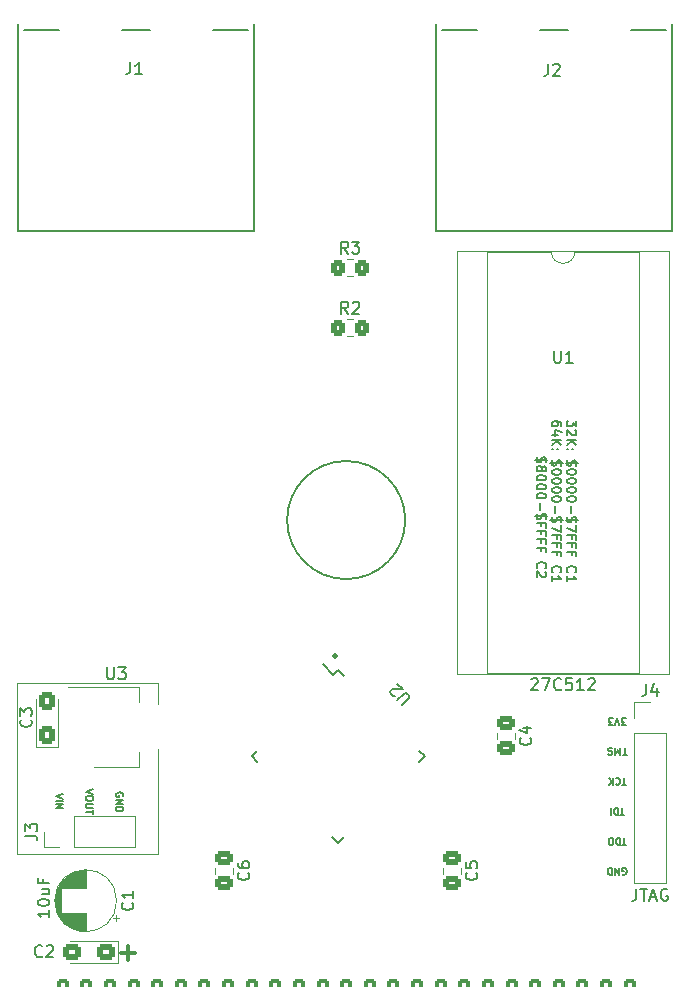
<source format=gto>
G04 #@! TF.GenerationSoftware,KiCad,Pcbnew,6.0.2+dfsg-1*
G04 #@! TF.CreationDate,2025-05-07T10:44:27+02:00*
G04 #@! TF.ProjectId,burstcart-cpld-44,62757273-7463-4617-9274-2d63706c642d,1.1*
G04 #@! TF.SameCoordinates,Original*
G04 #@! TF.FileFunction,Legend,Top*
G04 #@! TF.FilePolarity,Positive*
%FSLAX46Y46*%
G04 Gerber Fmt 4.6, Leading zero omitted, Abs format (unit mm)*
G04 Created by KiCad (PCBNEW 6.0.2+dfsg-1) date 2025-05-07 10:44:27*
%MOMM*%
%LPD*%
G01*
G04 APERTURE LIST*
G04 Aperture macros list*
%AMRoundRect*
0 Rectangle with rounded corners*
0 $1 Rounding radius*
0 $2 $3 $4 $5 $6 $7 $8 $9 X,Y pos of 4 corners*
0 Add a 4 corners polygon primitive as box body*
4,1,4,$2,$3,$4,$5,$6,$7,$8,$9,$2,$3,0*
0 Add four circle primitives for the rounded corners*
1,1,$1+$1,$2,$3*
1,1,$1+$1,$4,$5*
1,1,$1+$1,$6,$7*
1,1,$1+$1,$8,$9*
0 Add four rect primitives between the rounded corners*
20,1,$1+$1,$2,$3,$4,$5,0*
20,1,$1+$1,$4,$5,$6,$7,0*
20,1,$1+$1,$6,$7,$8,$9,0*
20,1,$1+$1,$8,$9,$2,$3,0*%
%AMRotRect*
0 Rectangle, with rotation*
0 The origin of the aperture is its center*
0 $1 length*
0 $2 width*
0 $3 Rotation angle, in degrees counterclockwise*
0 Add horizontal line*
21,1,$1,$2,0,0,$3*%
G04 Aperture macros list end*
%ADD10C,0.120000*%
%ADD11C,0.150000*%
%ADD12C,0.300000*%
%ADD13C,0.200000*%
%ADD14C,0.127000*%
%ADD15R,2.000000X1.500000*%
%ADD16R,2.000000X3.800000*%
%ADD17RotRect,1.500000X0.550000X315.000000*%
%ADD18RotRect,1.500000X0.550000X45.000000*%
%ADD19C,2.100000*%
%ADD20C,2.500000*%
%ADD21R,1.600000X1.600000*%
%ADD22O,1.600000X1.600000*%
%ADD23RoundRect,0.250000X-0.475000X0.337500X-0.475000X-0.337500X0.475000X-0.337500X0.475000X0.337500X0*%
%ADD24R,1.700000X1.700000*%
%ADD25O,1.700000X1.700000*%
%ADD26C,5.000000*%
%ADD27RoundRect,0.163300X-0.337500X-4.512500X0.337500X-4.512500X0.337500X4.512500X-0.337500X4.512500X0*%
%ADD28C,1.600000*%
%ADD29RoundRect,0.250000X-0.350000X-0.450000X0.350000X-0.450000X0.350000X0.450000X-0.350000X0.450000X0*%
%ADD30RoundRect,0.250000X0.537500X0.425000X-0.537500X0.425000X-0.537500X-0.425000X0.537500X-0.425000X0*%
%ADD31RoundRect,0.250000X0.425000X-0.537500X0.425000X0.537500X-0.425000X0.537500X-0.425000X-0.537500X0*%
G04 APERTURE END LIST*
D10*
X132334000Y-122555000D02*
X120396000Y-122555000D01*
X120396000Y-122555000D02*
X120396000Y-108077000D01*
X120396000Y-108077000D02*
X132334000Y-108077000D01*
X132334000Y-108077000D02*
X132334000Y-122555000D01*
D11*
X129332000Y-117652857D02*
X129360571Y-117595714D01*
X129360571Y-117510000D01*
X129332000Y-117424285D01*
X129274857Y-117367142D01*
X129217714Y-117338571D01*
X129103428Y-117310000D01*
X129017714Y-117310000D01*
X128903428Y-117338571D01*
X128846285Y-117367142D01*
X128789142Y-117424285D01*
X128760571Y-117510000D01*
X128760571Y-117567142D01*
X128789142Y-117652857D01*
X128817714Y-117681428D01*
X129017714Y-117681428D01*
X129017714Y-117567142D01*
X128760571Y-117938571D02*
X129360571Y-117938571D01*
X128760571Y-118281428D01*
X129360571Y-118281428D01*
X128760571Y-118567142D02*
X129360571Y-118567142D01*
X129360571Y-118710000D01*
X129332000Y-118795714D01*
X129274857Y-118852857D01*
X129217714Y-118881428D01*
X129103428Y-118910000D01*
X129017714Y-118910000D01*
X128903428Y-118881428D01*
X128846285Y-118852857D01*
X128789142Y-118795714D01*
X128760571Y-118710000D01*
X128760571Y-118567142D01*
X126820571Y-117052857D02*
X126220571Y-117252857D01*
X126820571Y-117452857D01*
X126820571Y-117767142D02*
X126820571Y-117881428D01*
X126792000Y-117938571D01*
X126734857Y-117995714D01*
X126620571Y-118024285D01*
X126420571Y-118024285D01*
X126306285Y-117995714D01*
X126249142Y-117938571D01*
X126220571Y-117881428D01*
X126220571Y-117767142D01*
X126249142Y-117710000D01*
X126306285Y-117652857D01*
X126420571Y-117624285D01*
X126620571Y-117624285D01*
X126734857Y-117652857D01*
X126792000Y-117710000D01*
X126820571Y-117767142D01*
X126820571Y-118281428D02*
X126334857Y-118281428D01*
X126277714Y-118310000D01*
X126249142Y-118338571D01*
X126220571Y-118395714D01*
X126220571Y-118510000D01*
X126249142Y-118567142D01*
X126277714Y-118595714D01*
X126334857Y-118624285D01*
X126820571Y-118624285D01*
X126820571Y-118824285D02*
X126820571Y-119167142D01*
X126220571Y-118995714D02*
X126820571Y-118995714D01*
D12*
X147320000Y-105691714D02*
X147391428Y-105763142D01*
X147320000Y-105834571D01*
X147248571Y-105763142D01*
X147320000Y-105691714D01*
X147320000Y-105834571D01*
X129222571Y-130917142D02*
X130365428Y-130917142D01*
X129794000Y-131488571D02*
X129794000Y-130345714D01*
D11*
X171938857Y-111580571D02*
X171567428Y-111580571D01*
X171767428Y-111352000D01*
X171681714Y-111352000D01*
X171624571Y-111323428D01*
X171596000Y-111294857D01*
X171567428Y-111237714D01*
X171567428Y-111094857D01*
X171596000Y-111037714D01*
X171624571Y-111009142D01*
X171681714Y-110980571D01*
X171853142Y-110980571D01*
X171910285Y-111009142D01*
X171938857Y-111037714D01*
X171396000Y-111580571D02*
X171196000Y-110980571D01*
X170996000Y-111580571D01*
X170853142Y-111580571D02*
X170481714Y-111580571D01*
X170681714Y-111352000D01*
X170596000Y-111352000D01*
X170538857Y-111323428D01*
X170510285Y-111294857D01*
X170481714Y-111237714D01*
X170481714Y-111094857D01*
X170510285Y-111037714D01*
X170538857Y-111009142D01*
X170596000Y-110980571D01*
X170767428Y-110980571D01*
X170824571Y-111009142D01*
X170853142Y-111037714D01*
X171996000Y-114120571D02*
X171653142Y-114120571D01*
X171824571Y-113520571D02*
X171824571Y-114120571D01*
X171453142Y-113520571D02*
X171453142Y-114120571D01*
X171253142Y-113692000D01*
X171053142Y-114120571D01*
X171053142Y-113520571D01*
X170796000Y-113549142D02*
X170710285Y-113520571D01*
X170567428Y-113520571D01*
X170510285Y-113549142D01*
X170481714Y-113577714D01*
X170453142Y-113634857D01*
X170453142Y-113692000D01*
X170481714Y-113749142D01*
X170510285Y-113777714D01*
X170567428Y-113806285D01*
X170681714Y-113834857D01*
X170738857Y-113863428D01*
X170767428Y-113892000D01*
X170796000Y-113949142D01*
X170796000Y-114006285D01*
X170767428Y-114063428D01*
X170738857Y-114092000D01*
X170681714Y-114120571D01*
X170538857Y-114120571D01*
X170453142Y-114092000D01*
X171810285Y-119200571D02*
X171467428Y-119200571D01*
X171638857Y-118600571D02*
X171638857Y-119200571D01*
X171267428Y-118600571D02*
X171267428Y-119200571D01*
X171124571Y-119200571D01*
X171038857Y-119172000D01*
X170981714Y-119114857D01*
X170953142Y-119057714D01*
X170924571Y-118943428D01*
X170924571Y-118857714D01*
X170953142Y-118743428D01*
X170981714Y-118686285D01*
X171038857Y-118629142D01*
X171124571Y-118600571D01*
X171267428Y-118600571D01*
X170667428Y-118600571D02*
X170667428Y-119200571D01*
D13*
X167746495Y-85842285D02*
X167746495Y-86337523D01*
X167441733Y-86070857D01*
X167441733Y-86185142D01*
X167403638Y-86261333D01*
X167365542Y-86299428D01*
X167289352Y-86337523D01*
X167098876Y-86337523D01*
X167022685Y-86299428D01*
X166984590Y-86261333D01*
X166946495Y-86185142D01*
X166946495Y-85956571D01*
X166984590Y-85880380D01*
X167022685Y-85842285D01*
X167670304Y-86642285D02*
X167708400Y-86680380D01*
X167746495Y-86756571D01*
X167746495Y-86947047D01*
X167708400Y-87023238D01*
X167670304Y-87061333D01*
X167594114Y-87099428D01*
X167517923Y-87099428D01*
X167403638Y-87061333D01*
X166946495Y-86604190D01*
X166946495Y-87099428D01*
X166946495Y-87442285D02*
X167746495Y-87442285D01*
X166946495Y-87899428D02*
X167403638Y-87556571D01*
X167746495Y-87899428D02*
X167289352Y-87442285D01*
X167022685Y-88242285D02*
X166984590Y-88280380D01*
X166946495Y-88242285D01*
X166984590Y-88204190D01*
X167022685Y-88242285D01*
X166946495Y-88242285D01*
X167441733Y-88242285D02*
X167403638Y-88280380D01*
X167365542Y-88242285D01*
X167403638Y-88204190D01*
X167441733Y-88242285D01*
X167365542Y-88242285D01*
X166984590Y-89194666D02*
X166946495Y-89308952D01*
X166946495Y-89499428D01*
X166984590Y-89575619D01*
X167022685Y-89613714D01*
X167098876Y-89651809D01*
X167175066Y-89651809D01*
X167251257Y-89613714D01*
X167289352Y-89575619D01*
X167327447Y-89499428D01*
X167365542Y-89347047D01*
X167403638Y-89270857D01*
X167441733Y-89232761D01*
X167517923Y-89194666D01*
X167594114Y-89194666D01*
X167670304Y-89232761D01*
X167708400Y-89270857D01*
X167746495Y-89347047D01*
X167746495Y-89537523D01*
X167708400Y-89651809D01*
X167860780Y-89423238D02*
X166832209Y-89423238D01*
X167746495Y-90147047D02*
X167746495Y-90223238D01*
X167708400Y-90299428D01*
X167670304Y-90337523D01*
X167594114Y-90375619D01*
X167441733Y-90413714D01*
X167251257Y-90413714D01*
X167098876Y-90375619D01*
X167022685Y-90337523D01*
X166984590Y-90299428D01*
X166946495Y-90223238D01*
X166946495Y-90147047D01*
X166984590Y-90070857D01*
X167022685Y-90032761D01*
X167098876Y-89994666D01*
X167251257Y-89956571D01*
X167441733Y-89956571D01*
X167594114Y-89994666D01*
X167670304Y-90032761D01*
X167708400Y-90070857D01*
X167746495Y-90147047D01*
X167746495Y-90908952D02*
X167746495Y-90985142D01*
X167708400Y-91061333D01*
X167670304Y-91099428D01*
X167594114Y-91137523D01*
X167441733Y-91175619D01*
X167251257Y-91175619D01*
X167098876Y-91137523D01*
X167022685Y-91099428D01*
X166984590Y-91061333D01*
X166946495Y-90985142D01*
X166946495Y-90908952D01*
X166984590Y-90832761D01*
X167022685Y-90794666D01*
X167098876Y-90756571D01*
X167251257Y-90718476D01*
X167441733Y-90718476D01*
X167594114Y-90756571D01*
X167670304Y-90794666D01*
X167708400Y-90832761D01*
X167746495Y-90908952D01*
X167746495Y-91670857D02*
X167746495Y-91747047D01*
X167708400Y-91823238D01*
X167670304Y-91861333D01*
X167594114Y-91899428D01*
X167441733Y-91937523D01*
X167251257Y-91937523D01*
X167098876Y-91899428D01*
X167022685Y-91861333D01*
X166984590Y-91823238D01*
X166946495Y-91747047D01*
X166946495Y-91670857D01*
X166984590Y-91594666D01*
X167022685Y-91556571D01*
X167098876Y-91518476D01*
X167251257Y-91480380D01*
X167441733Y-91480380D01*
X167594114Y-91518476D01*
X167670304Y-91556571D01*
X167708400Y-91594666D01*
X167746495Y-91670857D01*
X167746495Y-92432761D02*
X167746495Y-92508952D01*
X167708400Y-92585142D01*
X167670304Y-92623238D01*
X167594114Y-92661333D01*
X167441733Y-92699428D01*
X167251257Y-92699428D01*
X167098876Y-92661333D01*
X167022685Y-92623238D01*
X166984590Y-92585142D01*
X166946495Y-92508952D01*
X166946495Y-92432761D01*
X166984590Y-92356571D01*
X167022685Y-92318476D01*
X167098876Y-92280380D01*
X167251257Y-92242285D01*
X167441733Y-92242285D01*
X167594114Y-92280380D01*
X167670304Y-92318476D01*
X167708400Y-92356571D01*
X167746495Y-92432761D01*
X167251257Y-93042285D02*
X167251257Y-93651809D01*
X166984590Y-93994666D02*
X166946495Y-94108952D01*
X166946495Y-94299428D01*
X166984590Y-94375619D01*
X167022685Y-94413714D01*
X167098876Y-94451809D01*
X167175066Y-94451809D01*
X167251257Y-94413714D01*
X167289352Y-94375619D01*
X167327447Y-94299428D01*
X167365542Y-94147047D01*
X167403638Y-94070857D01*
X167441733Y-94032761D01*
X167517923Y-93994666D01*
X167594114Y-93994666D01*
X167670304Y-94032761D01*
X167708400Y-94070857D01*
X167746495Y-94147047D01*
X167746495Y-94337523D01*
X167708400Y-94451809D01*
X167860780Y-94223238D02*
X166832209Y-94223238D01*
X167746495Y-94718476D02*
X167746495Y-95251809D01*
X166946495Y-94908952D01*
X167365542Y-95823238D02*
X167365542Y-95556571D01*
X166946495Y-95556571D02*
X167746495Y-95556571D01*
X167746495Y-95937523D01*
X167365542Y-96508952D02*
X167365542Y-96242285D01*
X166946495Y-96242285D02*
X167746495Y-96242285D01*
X167746495Y-96623238D01*
X167365542Y-97194666D02*
X167365542Y-96928000D01*
X166946495Y-96928000D02*
X167746495Y-96928000D01*
X167746495Y-97308952D01*
X167022685Y-98680380D02*
X166984590Y-98642285D01*
X166946495Y-98528000D01*
X166946495Y-98451809D01*
X166984590Y-98337523D01*
X167060780Y-98261333D01*
X167136971Y-98223238D01*
X167289352Y-98185142D01*
X167403638Y-98185142D01*
X167556019Y-98223238D01*
X167632209Y-98261333D01*
X167708400Y-98337523D01*
X167746495Y-98451809D01*
X167746495Y-98528000D01*
X167708400Y-98642285D01*
X167670304Y-98680380D01*
X166946495Y-99442285D02*
X166946495Y-98985142D01*
X166946495Y-99213714D02*
X167746495Y-99213714D01*
X167632209Y-99137523D01*
X167556019Y-99061333D01*
X167517923Y-98985142D01*
X166458495Y-86261333D02*
X166458495Y-86108952D01*
X166420400Y-86032761D01*
X166382304Y-85994666D01*
X166268019Y-85918476D01*
X166115638Y-85880380D01*
X165810876Y-85880380D01*
X165734685Y-85918476D01*
X165696590Y-85956571D01*
X165658495Y-86032761D01*
X165658495Y-86185142D01*
X165696590Y-86261333D01*
X165734685Y-86299428D01*
X165810876Y-86337523D01*
X166001352Y-86337523D01*
X166077542Y-86299428D01*
X166115638Y-86261333D01*
X166153733Y-86185142D01*
X166153733Y-86032761D01*
X166115638Y-85956571D01*
X166077542Y-85918476D01*
X166001352Y-85880380D01*
X166191828Y-87023238D02*
X165658495Y-87023238D01*
X166496590Y-86832761D02*
X165925161Y-86642285D01*
X165925161Y-87137523D01*
X165658495Y-87442285D02*
X166458495Y-87442285D01*
X165658495Y-87899428D02*
X166115638Y-87556571D01*
X166458495Y-87899428D02*
X166001352Y-87442285D01*
X165734685Y-88242285D02*
X165696590Y-88280380D01*
X165658495Y-88242285D01*
X165696590Y-88204190D01*
X165734685Y-88242285D01*
X165658495Y-88242285D01*
X166153733Y-88242285D02*
X166115638Y-88280380D01*
X166077542Y-88242285D01*
X166115638Y-88204190D01*
X166153733Y-88242285D01*
X166077542Y-88242285D01*
X165696590Y-89194666D02*
X165658495Y-89308952D01*
X165658495Y-89499428D01*
X165696590Y-89575619D01*
X165734685Y-89613714D01*
X165810876Y-89651809D01*
X165887066Y-89651809D01*
X165963257Y-89613714D01*
X166001352Y-89575619D01*
X166039447Y-89499428D01*
X166077542Y-89347047D01*
X166115638Y-89270857D01*
X166153733Y-89232761D01*
X166229923Y-89194666D01*
X166306114Y-89194666D01*
X166382304Y-89232761D01*
X166420400Y-89270857D01*
X166458495Y-89347047D01*
X166458495Y-89537523D01*
X166420400Y-89651809D01*
X166572780Y-89423238D02*
X165544209Y-89423238D01*
X166458495Y-90147047D02*
X166458495Y-90223238D01*
X166420400Y-90299428D01*
X166382304Y-90337523D01*
X166306114Y-90375619D01*
X166153733Y-90413714D01*
X165963257Y-90413714D01*
X165810876Y-90375619D01*
X165734685Y-90337523D01*
X165696590Y-90299428D01*
X165658495Y-90223238D01*
X165658495Y-90147047D01*
X165696590Y-90070857D01*
X165734685Y-90032761D01*
X165810876Y-89994666D01*
X165963257Y-89956571D01*
X166153733Y-89956571D01*
X166306114Y-89994666D01*
X166382304Y-90032761D01*
X166420400Y-90070857D01*
X166458495Y-90147047D01*
X166458495Y-90908952D02*
X166458495Y-90985142D01*
X166420400Y-91061333D01*
X166382304Y-91099428D01*
X166306114Y-91137523D01*
X166153733Y-91175619D01*
X165963257Y-91175619D01*
X165810876Y-91137523D01*
X165734685Y-91099428D01*
X165696590Y-91061333D01*
X165658495Y-90985142D01*
X165658495Y-90908952D01*
X165696590Y-90832761D01*
X165734685Y-90794666D01*
X165810876Y-90756571D01*
X165963257Y-90718476D01*
X166153733Y-90718476D01*
X166306114Y-90756571D01*
X166382304Y-90794666D01*
X166420400Y-90832761D01*
X166458495Y-90908952D01*
X166458495Y-91670857D02*
X166458495Y-91747047D01*
X166420400Y-91823238D01*
X166382304Y-91861333D01*
X166306114Y-91899428D01*
X166153733Y-91937523D01*
X165963257Y-91937523D01*
X165810876Y-91899428D01*
X165734685Y-91861333D01*
X165696590Y-91823238D01*
X165658495Y-91747047D01*
X165658495Y-91670857D01*
X165696590Y-91594666D01*
X165734685Y-91556571D01*
X165810876Y-91518476D01*
X165963257Y-91480380D01*
X166153733Y-91480380D01*
X166306114Y-91518476D01*
X166382304Y-91556571D01*
X166420400Y-91594666D01*
X166458495Y-91670857D01*
X166458495Y-92432761D02*
X166458495Y-92508952D01*
X166420400Y-92585142D01*
X166382304Y-92623238D01*
X166306114Y-92661333D01*
X166153733Y-92699428D01*
X165963257Y-92699428D01*
X165810876Y-92661333D01*
X165734685Y-92623238D01*
X165696590Y-92585142D01*
X165658495Y-92508952D01*
X165658495Y-92432761D01*
X165696590Y-92356571D01*
X165734685Y-92318476D01*
X165810876Y-92280380D01*
X165963257Y-92242285D01*
X166153733Y-92242285D01*
X166306114Y-92280380D01*
X166382304Y-92318476D01*
X166420400Y-92356571D01*
X166458495Y-92432761D01*
X165963257Y-93042285D02*
X165963257Y-93651809D01*
X165696590Y-93994666D02*
X165658495Y-94108952D01*
X165658495Y-94299428D01*
X165696590Y-94375619D01*
X165734685Y-94413714D01*
X165810876Y-94451809D01*
X165887066Y-94451809D01*
X165963257Y-94413714D01*
X166001352Y-94375619D01*
X166039447Y-94299428D01*
X166077542Y-94147047D01*
X166115638Y-94070857D01*
X166153733Y-94032761D01*
X166229923Y-93994666D01*
X166306114Y-93994666D01*
X166382304Y-94032761D01*
X166420400Y-94070857D01*
X166458495Y-94147047D01*
X166458495Y-94337523D01*
X166420400Y-94451809D01*
X166572780Y-94223238D02*
X165544209Y-94223238D01*
X166458495Y-94718476D02*
X166458495Y-95251809D01*
X165658495Y-94908952D01*
X166077542Y-95823238D02*
X166077542Y-95556571D01*
X165658495Y-95556571D02*
X166458495Y-95556571D01*
X166458495Y-95937523D01*
X166077542Y-96508952D02*
X166077542Y-96242285D01*
X165658495Y-96242285D02*
X166458495Y-96242285D01*
X166458495Y-96623238D01*
X166077542Y-97194666D02*
X166077542Y-96928000D01*
X165658495Y-96928000D02*
X166458495Y-96928000D01*
X166458495Y-97308952D01*
X165734685Y-98680380D02*
X165696590Y-98642285D01*
X165658495Y-98528000D01*
X165658495Y-98451809D01*
X165696590Y-98337523D01*
X165772780Y-98261333D01*
X165848971Y-98223238D01*
X166001352Y-98185142D01*
X166115638Y-98185142D01*
X166268019Y-98223238D01*
X166344209Y-98261333D01*
X166420400Y-98337523D01*
X166458495Y-98451809D01*
X166458495Y-98528000D01*
X166420400Y-98642285D01*
X166382304Y-98680380D01*
X165658495Y-99442285D02*
X165658495Y-98985142D01*
X165658495Y-99213714D02*
X166458495Y-99213714D01*
X166344209Y-99137523D01*
X166268019Y-99061333D01*
X166229923Y-98985142D01*
X164408590Y-88928000D02*
X164370495Y-89042285D01*
X164370495Y-89232761D01*
X164408590Y-89308952D01*
X164446685Y-89347047D01*
X164522876Y-89385142D01*
X164599066Y-89385142D01*
X164675257Y-89347047D01*
X164713352Y-89308952D01*
X164751447Y-89232761D01*
X164789542Y-89080380D01*
X164827638Y-89004190D01*
X164865733Y-88966095D01*
X164941923Y-88928000D01*
X165018114Y-88928000D01*
X165094304Y-88966095D01*
X165132400Y-89004190D01*
X165170495Y-89080380D01*
X165170495Y-89270857D01*
X165132400Y-89385142D01*
X165284780Y-89156571D02*
X164256209Y-89156571D01*
X164827638Y-89842285D02*
X164865733Y-89766095D01*
X164903828Y-89728000D01*
X164980019Y-89689904D01*
X165018114Y-89689904D01*
X165094304Y-89728000D01*
X165132400Y-89766095D01*
X165170495Y-89842285D01*
X165170495Y-89994666D01*
X165132400Y-90070857D01*
X165094304Y-90108952D01*
X165018114Y-90147047D01*
X164980019Y-90147047D01*
X164903828Y-90108952D01*
X164865733Y-90070857D01*
X164827638Y-89994666D01*
X164827638Y-89842285D01*
X164789542Y-89766095D01*
X164751447Y-89728000D01*
X164675257Y-89689904D01*
X164522876Y-89689904D01*
X164446685Y-89728000D01*
X164408590Y-89766095D01*
X164370495Y-89842285D01*
X164370495Y-89994666D01*
X164408590Y-90070857D01*
X164446685Y-90108952D01*
X164522876Y-90147047D01*
X164675257Y-90147047D01*
X164751447Y-90108952D01*
X164789542Y-90070857D01*
X164827638Y-89994666D01*
X165170495Y-90642285D02*
X165170495Y-90718476D01*
X165132400Y-90794666D01*
X165094304Y-90832761D01*
X165018114Y-90870857D01*
X164865733Y-90908952D01*
X164675257Y-90908952D01*
X164522876Y-90870857D01*
X164446685Y-90832761D01*
X164408590Y-90794666D01*
X164370495Y-90718476D01*
X164370495Y-90642285D01*
X164408590Y-90566095D01*
X164446685Y-90528000D01*
X164522876Y-90489904D01*
X164675257Y-90451809D01*
X164865733Y-90451809D01*
X165018114Y-90489904D01*
X165094304Y-90528000D01*
X165132400Y-90566095D01*
X165170495Y-90642285D01*
X165170495Y-91404190D02*
X165170495Y-91480380D01*
X165132400Y-91556571D01*
X165094304Y-91594666D01*
X165018114Y-91632761D01*
X164865733Y-91670857D01*
X164675257Y-91670857D01*
X164522876Y-91632761D01*
X164446685Y-91594666D01*
X164408590Y-91556571D01*
X164370495Y-91480380D01*
X164370495Y-91404190D01*
X164408590Y-91328000D01*
X164446685Y-91289904D01*
X164522876Y-91251809D01*
X164675257Y-91213714D01*
X164865733Y-91213714D01*
X165018114Y-91251809D01*
X165094304Y-91289904D01*
X165132400Y-91328000D01*
X165170495Y-91404190D01*
X165170495Y-92166095D02*
X165170495Y-92242285D01*
X165132400Y-92318476D01*
X165094304Y-92356571D01*
X165018114Y-92394666D01*
X164865733Y-92432761D01*
X164675257Y-92432761D01*
X164522876Y-92394666D01*
X164446685Y-92356571D01*
X164408590Y-92318476D01*
X164370495Y-92242285D01*
X164370495Y-92166095D01*
X164408590Y-92089904D01*
X164446685Y-92051809D01*
X164522876Y-92013714D01*
X164675257Y-91975619D01*
X164865733Y-91975619D01*
X165018114Y-92013714D01*
X165094304Y-92051809D01*
X165132400Y-92089904D01*
X165170495Y-92166095D01*
X164675257Y-92775619D02*
X164675257Y-93385142D01*
X164408590Y-93728000D02*
X164370495Y-93842285D01*
X164370495Y-94032761D01*
X164408590Y-94108952D01*
X164446685Y-94147047D01*
X164522876Y-94185142D01*
X164599066Y-94185142D01*
X164675257Y-94147047D01*
X164713352Y-94108952D01*
X164751447Y-94032761D01*
X164789542Y-93880380D01*
X164827638Y-93804190D01*
X164865733Y-93766095D01*
X164941923Y-93728000D01*
X165018114Y-93728000D01*
X165094304Y-93766095D01*
X165132400Y-93804190D01*
X165170495Y-93880380D01*
X165170495Y-94070857D01*
X165132400Y-94185142D01*
X165284780Y-93956571D02*
X164256209Y-93956571D01*
X164789542Y-94794666D02*
X164789542Y-94528000D01*
X164370495Y-94528000D02*
X165170495Y-94528000D01*
X165170495Y-94908952D01*
X164789542Y-95480380D02*
X164789542Y-95213714D01*
X164370495Y-95213714D02*
X165170495Y-95213714D01*
X165170495Y-95594666D01*
X164789542Y-96166095D02*
X164789542Y-95899428D01*
X164370495Y-95899428D02*
X165170495Y-95899428D01*
X165170495Y-96280380D01*
X164789542Y-96851809D02*
X164789542Y-96585142D01*
X164370495Y-96585142D02*
X165170495Y-96585142D01*
X165170495Y-96966095D01*
X164446685Y-98337523D02*
X164408590Y-98299428D01*
X164370495Y-98185142D01*
X164370495Y-98108952D01*
X164408590Y-97994666D01*
X164484780Y-97918476D01*
X164560971Y-97880380D01*
X164713352Y-97842285D01*
X164827638Y-97842285D01*
X164980019Y-97880380D01*
X165056209Y-97918476D01*
X165132400Y-97994666D01*
X165170495Y-98108952D01*
X165170495Y-98185142D01*
X165132400Y-98299428D01*
X165094304Y-98337523D01*
X165094304Y-98642285D02*
X165132400Y-98680380D01*
X165170495Y-98756571D01*
X165170495Y-98947047D01*
X165132400Y-99023238D01*
X165094304Y-99061333D01*
X165018114Y-99099428D01*
X164941923Y-99099428D01*
X164827638Y-99061333D01*
X164370495Y-98604190D01*
X164370495Y-99099428D01*
D11*
X171967428Y-116660571D02*
X171624571Y-116660571D01*
X171796000Y-116060571D02*
X171796000Y-116660571D01*
X171081714Y-116117714D02*
X171110285Y-116089142D01*
X171196000Y-116060571D01*
X171253142Y-116060571D01*
X171338857Y-116089142D01*
X171396000Y-116146285D01*
X171424571Y-116203428D01*
X171453142Y-116317714D01*
X171453142Y-116403428D01*
X171424571Y-116517714D01*
X171396000Y-116574857D01*
X171338857Y-116632000D01*
X171253142Y-116660571D01*
X171196000Y-116660571D01*
X171110285Y-116632000D01*
X171081714Y-116603428D01*
X170824571Y-116060571D02*
X170824571Y-116660571D01*
X170481714Y-116060571D02*
X170738857Y-116403428D01*
X170481714Y-116660571D02*
X170824571Y-116317714D01*
X124280571Y-117452857D02*
X123680571Y-117652857D01*
X124280571Y-117852857D01*
X123680571Y-118052857D02*
X124280571Y-118052857D01*
X123680571Y-118338571D02*
X124280571Y-118338571D01*
X123680571Y-118681428D01*
X124280571Y-118681428D01*
X171981714Y-121740571D02*
X171638857Y-121740571D01*
X171810285Y-121140571D02*
X171810285Y-121740571D01*
X171438857Y-121140571D02*
X171438857Y-121740571D01*
X171296000Y-121740571D01*
X171210285Y-121712000D01*
X171153142Y-121654857D01*
X171124571Y-121597714D01*
X171096000Y-121483428D01*
X171096000Y-121397714D01*
X171124571Y-121283428D01*
X171153142Y-121226285D01*
X171210285Y-121169142D01*
X171296000Y-121140571D01*
X171438857Y-121140571D01*
X170724571Y-121740571D02*
X170610285Y-121740571D01*
X170553142Y-121712000D01*
X170496000Y-121654857D01*
X170467428Y-121540571D01*
X170467428Y-121340571D01*
X170496000Y-121226285D01*
X170553142Y-121169142D01*
X170610285Y-121140571D01*
X170724571Y-121140571D01*
X170781714Y-121169142D01*
X170838857Y-121226285D01*
X170867428Y-121340571D01*
X170867428Y-121540571D01*
X170838857Y-121654857D01*
X170781714Y-121712000D01*
X170724571Y-121740571D01*
X171653142Y-124252000D02*
X171710285Y-124280571D01*
X171796000Y-124280571D01*
X171881714Y-124252000D01*
X171938857Y-124194857D01*
X171967428Y-124137714D01*
X171996000Y-124023428D01*
X171996000Y-123937714D01*
X171967428Y-123823428D01*
X171938857Y-123766285D01*
X171881714Y-123709142D01*
X171796000Y-123680571D01*
X171738857Y-123680571D01*
X171653142Y-123709142D01*
X171624571Y-123737714D01*
X171624571Y-123937714D01*
X171738857Y-123937714D01*
X171367428Y-123680571D02*
X171367428Y-124280571D01*
X171024571Y-123680571D01*
X171024571Y-124280571D01*
X170738857Y-123680571D02*
X170738857Y-124280571D01*
X170596000Y-124280571D01*
X170510285Y-124252000D01*
X170453142Y-124194857D01*
X170424571Y-124137714D01*
X170396000Y-124023428D01*
X170396000Y-123937714D01*
X170424571Y-123823428D01*
X170453142Y-123766285D01*
X170510285Y-123709142D01*
X170596000Y-123680571D01*
X170738857Y-123680571D01*
X128016095Y-106726380D02*
X128016095Y-107535904D01*
X128063714Y-107631142D01*
X128111333Y-107678761D01*
X128206571Y-107726380D01*
X128397047Y-107726380D01*
X128492285Y-107678761D01*
X128539904Y-107631142D01*
X128587523Y-107535904D01*
X128587523Y-106726380D01*
X128968476Y-106726380D02*
X129587523Y-106726380D01*
X129254190Y-107107333D01*
X129397047Y-107107333D01*
X129492285Y-107154952D01*
X129539904Y-107202571D01*
X129587523Y-107297809D01*
X129587523Y-107535904D01*
X129539904Y-107631142D01*
X129492285Y-107678761D01*
X129397047Y-107726380D01*
X129111333Y-107726380D01*
X129016095Y-107678761D01*
X128968476Y-107631142D01*
X152993468Y-109936527D02*
X153565888Y-109364107D01*
X153599560Y-109263092D01*
X153599560Y-109195748D01*
X153565888Y-109094733D01*
X153431201Y-108960046D01*
X153330186Y-108926374D01*
X153262842Y-108926374D01*
X153161827Y-108960046D01*
X152589407Y-109532466D01*
X152353705Y-109162076D02*
X152286362Y-109162076D01*
X152185346Y-109128405D01*
X152016988Y-108960046D01*
X151983316Y-108859031D01*
X151983316Y-108791687D01*
X152016988Y-108690672D01*
X152084331Y-108623328D01*
X152219018Y-108555985D01*
X153027140Y-108555985D01*
X152589407Y-108118252D01*
X129968666Y-55496380D02*
X129968666Y-56210666D01*
X129921047Y-56353523D01*
X129825809Y-56448761D01*
X129682952Y-56496380D01*
X129587714Y-56496380D01*
X130968666Y-56496380D02*
X130397238Y-56496380D01*
X130682952Y-56496380D02*
X130682952Y-55496380D01*
X130587714Y-55639238D01*
X130492476Y-55734476D01*
X130397238Y-55782095D01*
X165857095Y-79941980D02*
X165857095Y-80751504D01*
X165904714Y-80846742D01*
X165952333Y-80894361D01*
X166047571Y-80941980D01*
X166238047Y-80941980D01*
X166333285Y-80894361D01*
X166380904Y-80846742D01*
X166428523Y-80751504D01*
X166428523Y-79941980D01*
X167428523Y-80941980D02*
X166857095Y-80941980D01*
X167142809Y-80941980D02*
X167142809Y-79941980D01*
X167047571Y-80084838D01*
X166952333Y-80180076D01*
X166857095Y-80227695D01*
X163928523Y-107752219D02*
X163976142Y-107704600D01*
X164071380Y-107656980D01*
X164309476Y-107656980D01*
X164404714Y-107704600D01*
X164452333Y-107752219D01*
X164499952Y-107847457D01*
X164499952Y-107942695D01*
X164452333Y-108085552D01*
X163880904Y-108656980D01*
X164499952Y-108656980D01*
X164833285Y-107656980D02*
X165499952Y-107656980D01*
X165071380Y-108656980D01*
X166452333Y-108561742D02*
X166404714Y-108609361D01*
X166261857Y-108656980D01*
X166166619Y-108656980D01*
X166023761Y-108609361D01*
X165928523Y-108514123D01*
X165880904Y-108418885D01*
X165833285Y-108228409D01*
X165833285Y-108085552D01*
X165880904Y-107895076D01*
X165928523Y-107799838D01*
X166023761Y-107704600D01*
X166166619Y-107656980D01*
X166261857Y-107656980D01*
X166404714Y-107704600D01*
X166452333Y-107752219D01*
X167357095Y-107656980D02*
X166880904Y-107656980D01*
X166833285Y-108133171D01*
X166880904Y-108085552D01*
X166976142Y-108037933D01*
X167214238Y-108037933D01*
X167309476Y-108085552D01*
X167357095Y-108133171D01*
X167404714Y-108228409D01*
X167404714Y-108466504D01*
X167357095Y-108561742D01*
X167309476Y-108609361D01*
X167214238Y-108656980D01*
X166976142Y-108656980D01*
X166880904Y-108609361D01*
X166833285Y-108561742D01*
X168357095Y-108656980D02*
X167785666Y-108656980D01*
X168071380Y-108656980D02*
X168071380Y-107656980D01*
X167976142Y-107799838D01*
X167880904Y-107895076D01*
X167785666Y-107942695D01*
X168738047Y-107752219D02*
X168785666Y-107704600D01*
X168880904Y-107656980D01*
X169119000Y-107656980D01*
X169214238Y-107704600D01*
X169261857Y-107752219D01*
X169309476Y-107847457D01*
X169309476Y-107942695D01*
X169261857Y-108085552D01*
X168690428Y-108656980D01*
X169309476Y-108656980D01*
X139959142Y-124118666D02*
X140006761Y-124166285D01*
X140054380Y-124309142D01*
X140054380Y-124404380D01*
X140006761Y-124547238D01*
X139911523Y-124642476D01*
X139816285Y-124690095D01*
X139625809Y-124737714D01*
X139482952Y-124737714D01*
X139292476Y-124690095D01*
X139197238Y-124642476D01*
X139102000Y-124547238D01*
X139054380Y-124404380D01*
X139054380Y-124309142D01*
X139102000Y-124166285D01*
X139149619Y-124118666D01*
X139054380Y-123261523D02*
X139054380Y-123452000D01*
X139102000Y-123547238D01*
X139149619Y-123594857D01*
X139292476Y-123690095D01*
X139482952Y-123737714D01*
X139863904Y-123737714D01*
X139959142Y-123690095D01*
X140006761Y-123642476D01*
X140054380Y-123547238D01*
X140054380Y-123356761D01*
X140006761Y-123261523D01*
X139959142Y-123213904D01*
X139863904Y-123166285D01*
X139625809Y-123166285D01*
X139530571Y-123213904D01*
X139482952Y-123261523D01*
X139435333Y-123356761D01*
X139435333Y-123547238D01*
X139482952Y-123642476D01*
X139530571Y-123690095D01*
X139625809Y-123737714D01*
X159263142Y-124118666D02*
X159310761Y-124166285D01*
X159358380Y-124309142D01*
X159358380Y-124404380D01*
X159310761Y-124547238D01*
X159215523Y-124642476D01*
X159120285Y-124690095D01*
X158929809Y-124737714D01*
X158786952Y-124737714D01*
X158596476Y-124690095D01*
X158501238Y-124642476D01*
X158406000Y-124547238D01*
X158358380Y-124404380D01*
X158358380Y-124309142D01*
X158406000Y-124166285D01*
X158453619Y-124118666D01*
X158358380Y-123213904D02*
X158358380Y-123690095D01*
X158834571Y-123737714D01*
X158786952Y-123690095D01*
X158739333Y-123594857D01*
X158739333Y-123356761D01*
X158786952Y-123261523D01*
X158834571Y-123213904D01*
X158929809Y-123166285D01*
X159167904Y-123166285D01*
X159263142Y-123213904D01*
X159310761Y-123261523D01*
X159358380Y-123356761D01*
X159358380Y-123594857D01*
X159310761Y-123690095D01*
X159263142Y-123737714D01*
X121089380Y-120983333D02*
X121803666Y-120983333D01*
X121946523Y-121030952D01*
X122041761Y-121126190D01*
X122089380Y-121269047D01*
X122089380Y-121364285D01*
X121089380Y-120602380D02*
X121089380Y-119983333D01*
X121470333Y-120316666D01*
X121470333Y-120173809D01*
X121517952Y-120078571D01*
X121565571Y-120030952D01*
X121660809Y-119983333D01*
X121898904Y-119983333D01*
X121994142Y-120030952D01*
X122041761Y-120078571D01*
X122089380Y-120173809D01*
X122089380Y-120459523D01*
X122041761Y-120554761D01*
X121994142Y-120602380D01*
X165354666Y-55634380D02*
X165354666Y-56348666D01*
X165307047Y-56491523D01*
X165211809Y-56586761D01*
X165068952Y-56634380D01*
X164973714Y-56634380D01*
X165783238Y-55729619D02*
X165830857Y-55682000D01*
X165926095Y-55634380D01*
X166164190Y-55634380D01*
X166259428Y-55682000D01*
X166307047Y-55729619D01*
X166354666Y-55824857D01*
X166354666Y-55920095D01*
X166307047Y-56062952D01*
X165735619Y-56634380D01*
X166354666Y-56634380D01*
X130151130Y-126658666D02*
X130198749Y-126706285D01*
X130246368Y-126849142D01*
X130246368Y-126944380D01*
X130198749Y-127087238D01*
X130103511Y-127182476D01*
X130008273Y-127230095D01*
X129817797Y-127277714D01*
X129674940Y-127277714D01*
X129484464Y-127230095D01*
X129389226Y-127182476D01*
X129293988Y-127087238D01*
X129246368Y-126944380D01*
X129246368Y-126849142D01*
X129293988Y-126706285D01*
X129341607Y-126658666D01*
X130246368Y-125706285D02*
X130246368Y-126277714D01*
X130246368Y-125992000D02*
X129246368Y-125992000D01*
X129389226Y-126087238D01*
X129484464Y-126182476D01*
X129532083Y-126277714D01*
X123134368Y-127309428D02*
X123134368Y-127880857D01*
X123134368Y-127595142D02*
X122134368Y-127595142D01*
X122277226Y-127690380D01*
X122372464Y-127785619D01*
X122420083Y-127880857D01*
X122134368Y-126690380D02*
X122134368Y-126595142D01*
X122181988Y-126499904D01*
X122229607Y-126452285D01*
X122324845Y-126404666D01*
X122515321Y-126357047D01*
X122753416Y-126357047D01*
X122943892Y-126404666D01*
X123039130Y-126452285D01*
X123086749Y-126499904D01*
X123134368Y-126595142D01*
X123134368Y-126690380D01*
X123086749Y-126785619D01*
X123039130Y-126833238D01*
X122943892Y-126880857D01*
X122753416Y-126928476D01*
X122515321Y-126928476D01*
X122324845Y-126880857D01*
X122229607Y-126833238D01*
X122181988Y-126785619D01*
X122134368Y-126690380D01*
X122467702Y-125499904D02*
X123134368Y-125499904D01*
X122467702Y-125928476D02*
X122991511Y-125928476D01*
X123086749Y-125880857D01*
X123134368Y-125785619D01*
X123134368Y-125642761D01*
X123086749Y-125547523D01*
X123039130Y-125499904D01*
X122610559Y-124690380D02*
X122610559Y-125023714D01*
X123134368Y-125023714D02*
X122134368Y-125023714D01*
X122134368Y-124547523D01*
X148423333Y-71700380D02*
X148090000Y-71224190D01*
X147851904Y-71700380D02*
X147851904Y-70700380D01*
X148232857Y-70700380D01*
X148328095Y-70748000D01*
X148375714Y-70795619D01*
X148423333Y-70890857D01*
X148423333Y-71033714D01*
X148375714Y-71128952D01*
X148328095Y-71176571D01*
X148232857Y-71224190D01*
X147851904Y-71224190D01*
X148756666Y-70700380D02*
X149375714Y-70700380D01*
X149042380Y-71081333D01*
X149185238Y-71081333D01*
X149280476Y-71128952D01*
X149328095Y-71176571D01*
X149375714Y-71271809D01*
X149375714Y-71509904D01*
X149328095Y-71605142D01*
X149280476Y-71652761D01*
X149185238Y-71700380D01*
X148899523Y-71700380D01*
X148804285Y-71652761D01*
X148756666Y-71605142D01*
X122515333Y-131167142D02*
X122467714Y-131214761D01*
X122324857Y-131262380D01*
X122229619Y-131262380D01*
X122086761Y-131214761D01*
X121991523Y-131119523D01*
X121943904Y-131024285D01*
X121896285Y-130833809D01*
X121896285Y-130690952D01*
X121943904Y-130500476D01*
X121991523Y-130405238D01*
X122086761Y-130310000D01*
X122229619Y-130262380D01*
X122324857Y-130262380D01*
X122467714Y-130310000D01*
X122515333Y-130357619D01*
X122896285Y-130357619D02*
X122943904Y-130310000D01*
X123039142Y-130262380D01*
X123277238Y-130262380D01*
X123372476Y-130310000D01*
X123420095Y-130357619D01*
X123467714Y-130452857D01*
X123467714Y-130548095D01*
X123420095Y-130690952D01*
X122848666Y-131262380D01*
X123467714Y-131262380D01*
X121543142Y-111164666D02*
X121590761Y-111212285D01*
X121638380Y-111355142D01*
X121638380Y-111450380D01*
X121590761Y-111593238D01*
X121495523Y-111688476D01*
X121400285Y-111736095D01*
X121209809Y-111783714D01*
X121066952Y-111783714D01*
X120876476Y-111736095D01*
X120781238Y-111688476D01*
X120686000Y-111593238D01*
X120638380Y-111450380D01*
X120638380Y-111355142D01*
X120686000Y-111212285D01*
X120733619Y-111164666D01*
X120638380Y-110831333D02*
X120638380Y-110212285D01*
X121019333Y-110545619D01*
X121019333Y-110402761D01*
X121066952Y-110307523D01*
X121114571Y-110259904D01*
X121209809Y-110212285D01*
X121447904Y-110212285D01*
X121543142Y-110259904D01*
X121590761Y-110307523D01*
X121638380Y-110402761D01*
X121638380Y-110688476D01*
X121590761Y-110783714D01*
X121543142Y-110831333D01*
X148423333Y-76780380D02*
X148090000Y-76304190D01*
X147851904Y-76780380D02*
X147851904Y-75780380D01*
X148232857Y-75780380D01*
X148328095Y-75828000D01*
X148375714Y-75875619D01*
X148423333Y-75970857D01*
X148423333Y-76113714D01*
X148375714Y-76208952D01*
X148328095Y-76256571D01*
X148232857Y-76304190D01*
X147851904Y-76304190D01*
X148804285Y-75875619D02*
X148851904Y-75828000D01*
X148947142Y-75780380D01*
X149185238Y-75780380D01*
X149280476Y-75828000D01*
X149328095Y-75875619D01*
X149375714Y-75970857D01*
X149375714Y-76066095D01*
X149328095Y-76208952D01*
X148756666Y-76780380D01*
X149375714Y-76780380D01*
X163835142Y-112688666D02*
X163882761Y-112736285D01*
X163930380Y-112879142D01*
X163930380Y-112974380D01*
X163882761Y-113117238D01*
X163787523Y-113212476D01*
X163692285Y-113260095D01*
X163501809Y-113307714D01*
X163358952Y-113307714D01*
X163168476Y-113260095D01*
X163073238Y-113212476D01*
X162978000Y-113117238D01*
X162930380Y-112974380D01*
X162930380Y-112879142D01*
X162978000Y-112736285D01*
X163025619Y-112688666D01*
X163263714Y-111831523D02*
X163930380Y-111831523D01*
X162882761Y-112069619D02*
X163597047Y-112307714D01*
X163597047Y-111688666D01*
X173656666Y-108120380D02*
X173656666Y-108834666D01*
X173609047Y-108977523D01*
X173513809Y-109072761D01*
X173370952Y-109120380D01*
X173275714Y-109120380D01*
X174561428Y-108453714D02*
X174561428Y-109120380D01*
X174323333Y-108072761D02*
X174085238Y-108787047D01*
X174704285Y-108787047D01*
X172823333Y-125480380D02*
X172823333Y-126194666D01*
X172775714Y-126337523D01*
X172680476Y-126432761D01*
X172537619Y-126480380D01*
X172442380Y-126480380D01*
X173156666Y-125480380D02*
X173728095Y-125480380D01*
X173442380Y-126480380D02*
X173442380Y-125480380D01*
X174013809Y-126194666D02*
X174490000Y-126194666D01*
X173918571Y-126480380D02*
X174251904Y-125480380D01*
X174585238Y-126480380D01*
X175442380Y-125528000D02*
X175347142Y-125480380D01*
X175204285Y-125480380D01*
X175061428Y-125528000D01*
X174966190Y-125623238D01*
X174918571Y-125718476D01*
X174870952Y-125908952D01*
X174870952Y-126051809D01*
X174918571Y-126242285D01*
X174966190Y-126337523D01*
X175061428Y-126432761D01*
X175204285Y-126480380D01*
X175299523Y-126480380D01*
X175442380Y-126432761D01*
X175490000Y-126385142D01*
X175490000Y-126051809D01*
X175299523Y-126051809D01*
D10*
X124678000Y-108364000D02*
X130688000Y-108364000D01*
X126928000Y-115184000D02*
X130688000Y-115184000D01*
X130688000Y-115184000D02*
X130688000Y-113924000D01*
X130688000Y-108364000D02*
X130688000Y-109624000D01*
D11*
X154892555Y-114278500D02*
X154415258Y-113801203D01*
X147574000Y-106959945D02*
X147167414Y-107366531D01*
X140255445Y-114278500D02*
X140732742Y-113801203D01*
X154892555Y-114278500D02*
X154415258Y-114755797D01*
X147167414Y-107366531D02*
X146265852Y-106464970D01*
X147574000Y-121597055D02*
X147096703Y-121119758D01*
X147574000Y-106959945D02*
X148051297Y-107437242D01*
X140255445Y-114278500D02*
X140732742Y-114755797D01*
X147574000Y-121597055D02*
X148051297Y-121119758D01*
X136976000Y-52794000D02*
X139976000Y-52794000D01*
X129276000Y-52794000D02*
X131676000Y-52794000D01*
X120476000Y-69794000D02*
X140476000Y-69794000D01*
X120476000Y-52294000D02*
X120476000Y-69794000D01*
X120976000Y-52794000D02*
X123976000Y-52794000D01*
X140476000Y-69794000D02*
X140476000Y-52294000D01*
D10*
X173079000Y-71524600D02*
X167619000Y-71524600D01*
X175569000Y-107264600D02*
X175569000Y-71464600D01*
X157669000Y-71464600D02*
X157669000Y-107264600D01*
X175569000Y-71464600D02*
X157669000Y-71464600D01*
X160159000Y-71524600D02*
X160159000Y-107204600D01*
X165619000Y-71524600D02*
X160159000Y-71524600D01*
X173079000Y-107204600D02*
X173079000Y-71524600D01*
X157669000Y-107264600D02*
X175569000Y-107264600D01*
X160159000Y-107204600D02*
X173079000Y-107204600D01*
X165619000Y-71524600D02*
G75*
G03*
X167619000Y-71524600I1000000J0D01*
G01*
X137187000Y-123690748D02*
X137187000Y-124213252D01*
X138657000Y-123690748D02*
X138657000Y-124213252D01*
X156491000Y-123690748D02*
X156491000Y-124213252D01*
X157961000Y-123690748D02*
X157961000Y-124213252D01*
X122637000Y-121980000D02*
X122637000Y-120650000D01*
X130377000Y-121980000D02*
X130377000Y-119320000D01*
X125237000Y-121980000D02*
X125237000Y-119320000D01*
X125237000Y-119320000D02*
X130377000Y-119320000D01*
X123967000Y-121980000D02*
X122637000Y-121980000D01*
X125237000Y-121980000D02*
X130377000Y-121980000D01*
D14*
X153253100Y-94259600D02*
G75*
G03*
X153253100Y-94259600I-5000000J0D01*
G01*
D11*
X175862000Y-69794000D02*
X175862000Y-52294000D01*
X156362000Y-52794000D02*
X159362000Y-52794000D01*
X164662000Y-52794000D02*
X167062000Y-52794000D01*
X155862000Y-69794000D02*
X175862000Y-69794000D01*
X155862000Y-52294000D02*
X155862000Y-69794000D01*
X172362000Y-52794000D02*
X175362000Y-52794000D01*
D10*
X125272100Y-128906000D02*
X125272100Y-127532000D01*
X125472100Y-125452000D02*
X125472100Y-124012000D01*
X126153100Y-125452000D02*
X126153100Y-123912000D01*
X125553100Y-128993000D02*
X125553100Y-127532000D01*
X124912100Y-125452000D02*
X124912100Y-124245000D01*
X124512100Y-128463000D02*
X124512100Y-127532000D01*
X126033100Y-125452000D02*
X126033100Y-123916000D01*
X124632100Y-128557000D02*
X124632100Y-127532000D01*
X126193100Y-129072000D02*
X126193100Y-127532000D01*
X124592100Y-128527000D02*
X124592100Y-127532000D01*
X124712100Y-125452000D02*
X124712100Y-124370000D01*
X125913100Y-125452000D02*
X125913100Y-123927000D01*
X128997875Y-127967000D02*
X128497875Y-127967000D01*
X125833100Y-129048000D02*
X125833100Y-127532000D01*
X126113100Y-125452000D02*
X126113100Y-123913000D01*
X125593100Y-129003000D02*
X125593100Y-127532000D01*
X124392100Y-125452000D02*
X124392100Y-124628000D01*
X125432100Y-125452000D02*
X125432100Y-124024000D01*
X124632100Y-125452000D02*
X124632100Y-124427000D01*
X124192100Y-128145000D02*
X124192100Y-127532000D01*
X123632100Y-127010000D02*
X123632100Y-125974000D01*
X124232100Y-128191000D02*
X124232100Y-127532000D01*
X124752100Y-125452000D02*
X124752100Y-124343000D01*
X124112100Y-128046000D02*
X124112100Y-124938000D01*
X125713100Y-129028000D02*
X125713100Y-127532000D01*
X124352100Y-128318000D02*
X124352100Y-127532000D01*
X124872100Y-128716000D02*
X124872100Y-127532000D01*
X124952100Y-125452000D02*
X124952100Y-124224000D01*
X125833100Y-125452000D02*
X125833100Y-123936000D01*
X124432100Y-128393000D02*
X124432100Y-127532000D01*
X124232100Y-125452000D02*
X124232100Y-124793000D01*
X124792100Y-128667000D02*
X124792100Y-127532000D01*
X126033100Y-129068000D02*
X126033100Y-127532000D01*
X125392100Y-125452000D02*
X125392100Y-124037000D01*
X125152100Y-128857000D02*
X125152100Y-127532000D01*
X125352100Y-128934000D02*
X125352100Y-127532000D01*
X124312100Y-128277000D02*
X124312100Y-127532000D01*
X125553100Y-125452000D02*
X125553100Y-123991000D01*
X124072100Y-127992000D02*
X124072100Y-124992000D01*
X126073100Y-129070000D02*
X126073100Y-127532000D01*
X125953100Y-129061000D02*
X125953100Y-127532000D01*
X124832100Y-125452000D02*
X124832100Y-124292000D01*
X124392100Y-128356000D02*
X124392100Y-127532000D01*
X125432100Y-128960000D02*
X125432100Y-127532000D01*
X125513100Y-125452000D02*
X125513100Y-124001000D01*
X124272100Y-125452000D02*
X124272100Y-124749000D01*
X124792100Y-125452000D02*
X124792100Y-124317000D01*
X125633100Y-129012000D02*
X125633100Y-127532000D01*
X125673100Y-125452000D02*
X125673100Y-123964000D01*
X124152100Y-128097000D02*
X124152100Y-124887000D01*
X125232100Y-125452000D02*
X125232100Y-124094000D01*
X125873100Y-125452000D02*
X125873100Y-123931000D01*
X125472100Y-128972000D02*
X125472100Y-127532000D01*
X125873100Y-129053000D02*
X125873100Y-127532000D01*
X124312100Y-125452000D02*
X124312100Y-124707000D01*
X125753100Y-125452000D02*
X125753100Y-123949000D01*
X125192100Y-125452000D02*
X125192100Y-124110000D01*
X124832100Y-128692000D02*
X124832100Y-127532000D01*
X128747875Y-128217000D02*
X128747875Y-127717000D01*
X124032100Y-127935000D02*
X124032100Y-125049000D01*
X125953100Y-125452000D02*
X125953100Y-123923000D01*
X125913100Y-129057000D02*
X125913100Y-127532000D01*
X124752100Y-128641000D02*
X124752100Y-127532000D01*
X124472100Y-128429000D02*
X124472100Y-127532000D01*
X125713100Y-125452000D02*
X125713100Y-123956000D01*
X124872100Y-125452000D02*
X124872100Y-124268000D01*
X125352100Y-125452000D02*
X125352100Y-124050000D01*
X123792100Y-127503000D02*
X123792100Y-125481000D01*
X126073100Y-125452000D02*
X126073100Y-123914000D01*
X124352100Y-125452000D02*
X124352100Y-124666000D01*
X124552100Y-128496000D02*
X124552100Y-127532000D01*
X123712100Y-127297000D02*
X123712100Y-125687000D01*
X125272100Y-125452000D02*
X125272100Y-124078000D01*
X126153100Y-129072000D02*
X126153100Y-127532000D01*
X123832100Y-127590000D02*
X123832100Y-125394000D01*
X124552100Y-125452000D02*
X124552100Y-124488000D01*
X124672100Y-125452000D02*
X124672100Y-124397000D01*
X123672100Y-127169000D02*
X123672100Y-125815000D01*
X125032100Y-125452000D02*
X125032100Y-124182000D01*
X124952100Y-128760000D02*
X124952100Y-127532000D01*
X125312100Y-128920000D02*
X125312100Y-127532000D01*
X125112100Y-125452000D02*
X125112100Y-124144000D01*
X125152100Y-125452000D02*
X125152100Y-124127000D01*
X125633100Y-125452000D02*
X125633100Y-123972000D01*
X125753100Y-129035000D02*
X125753100Y-127532000D01*
X126113100Y-129071000D02*
X126113100Y-127532000D01*
X125072100Y-125452000D02*
X125072100Y-124163000D01*
X124912100Y-128739000D02*
X124912100Y-127532000D01*
X124712100Y-128614000D02*
X124712100Y-127532000D01*
X125072100Y-128821000D02*
X125072100Y-127532000D01*
X123992100Y-127875000D02*
X123992100Y-125109000D01*
X125993100Y-129065000D02*
X125993100Y-127532000D01*
X125513100Y-128983000D02*
X125513100Y-127532000D01*
X124592100Y-125452000D02*
X124592100Y-124457000D01*
X124672100Y-128587000D02*
X124672100Y-127532000D01*
X123912100Y-127743000D02*
X123912100Y-125241000D01*
X125793100Y-129042000D02*
X125793100Y-127532000D01*
X124192100Y-125452000D02*
X124192100Y-124839000D01*
X123592100Y-126776000D02*
X123592100Y-126208000D01*
X125793100Y-125452000D02*
X125793100Y-123942000D01*
X123872100Y-127670000D02*
X123872100Y-125314000D01*
X123952100Y-127811000D02*
X123952100Y-125173000D01*
X124992100Y-128782000D02*
X124992100Y-127532000D01*
X124472100Y-125452000D02*
X124472100Y-124555000D01*
X124272100Y-128235000D02*
X124272100Y-127532000D01*
X123752100Y-127407000D02*
X123752100Y-125577000D01*
X124992100Y-125452000D02*
X124992100Y-124202000D01*
X124432100Y-125452000D02*
X124432100Y-124591000D01*
X125232100Y-128890000D02*
X125232100Y-127532000D01*
X125112100Y-128840000D02*
X125112100Y-127532000D01*
X125312100Y-125452000D02*
X125312100Y-124064000D01*
X125593100Y-125452000D02*
X125593100Y-123981000D01*
X126193100Y-125452000D02*
X126193100Y-123912000D01*
X125032100Y-128802000D02*
X125032100Y-127532000D01*
X125993100Y-125452000D02*
X125993100Y-123919000D01*
X125673100Y-129020000D02*
X125673100Y-127532000D01*
X125192100Y-128874000D02*
X125192100Y-127532000D01*
X125392100Y-128947000D02*
X125392100Y-127532000D01*
X124512100Y-125452000D02*
X124512100Y-124521000D01*
X128813100Y-126492000D02*
G75*
G03*
X128813100Y-126492000I-2620000J0D01*
G01*
X148362936Y-73633000D02*
X148817064Y-73633000D01*
X148362936Y-72163000D02*
X148817064Y-72163000D01*
X128977000Y-131745000D02*
X128977000Y-129875000D01*
X128977000Y-129875000D02*
X124892000Y-129875000D01*
X124892000Y-131745000D02*
X128977000Y-131745000D01*
X122001000Y-109398000D02*
X122001000Y-113483000D01*
X122001000Y-113483000D02*
X123871000Y-113483000D01*
X123871000Y-113483000D02*
X123871000Y-109398000D01*
X148362936Y-77243000D02*
X148817064Y-77243000D01*
X148362936Y-78713000D02*
X148817064Y-78713000D01*
X161063000Y-112260748D02*
X161063000Y-112783252D01*
X162533000Y-112260748D02*
X162533000Y-112783252D01*
X172660000Y-112268000D02*
X175320000Y-112268000D01*
X172660000Y-112268000D02*
X172660000Y-125028000D01*
X172660000Y-110998000D02*
X172660000Y-109668000D01*
X175320000Y-112268000D02*
X175320000Y-125028000D01*
X172660000Y-109668000D02*
X173990000Y-109668000D01*
X172660000Y-125028000D02*
X175320000Y-125028000D01*
%LPC*%
D15*
X125628000Y-109474000D03*
X125628000Y-111774000D03*
D16*
X131928000Y-111774000D03*
D15*
X125628000Y-114074000D03*
D17*
X146371918Y-107419564D03*
X145806233Y-107985250D03*
X145240548Y-108550935D03*
X144674862Y-109116620D03*
X144109177Y-109682306D03*
X143543491Y-110247991D03*
X142977806Y-110813677D03*
X142412120Y-111379362D03*
X141846435Y-111945048D03*
X141280750Y-112510733D03*
X140715064Y-113076418D03*
D18*
X140715064Y-115480582D03*
X141280750Y-116046267D03*
X141846435Y-116611952D03*
X142412120Y-117177638D03*
X142977806Y-117743323D03*
X143543491Y-118309009D03*
X144109177Y-118874694D03*
X144674862Y-119440380D03*
X145240548Y-120006065D03*
X145806233Y-120571750D03*
X146371918Y-121137436D03*
D17*
X148776082Y-121137436D03*
X149341767Y-120571750D03*
X149907452Y-120006065D03*
X150473138Y-119440380D03*
X151038823Y-118874694D03*
X151604509Y-118309009D03*
X152170194Y-117743323D03*
X152735880Y-117177638D03*
X153301565Y-116611952D03*
X153867250Y-116046267D03*
X154432936Y-115480582D03*
D18*
X154432936Y-113076418D03*
X153867250Y-112510733D03*
X153301565Y-111945048D03*
X152735880Y-111379362D03*
X152170194Y-110813677D03*
X151604509Y-110247991D03*
X151038823Y-109682306D03*
X150473138Y-109116620D03*
X149907452Y-108550935D03*
X149341767Y-107985250D03*
X148776082Y-107419564D03*
D19*
X127976000Y-53294000D03*
X125476000Y-53594000D03*
X132976000Y-53294000D03*
X135476000Y-53594000D03*
D20*
X122976000Y-63294000D03*
X125476000Y-65794000D03*
X130476000Y-63294000D03*
X135476000Y-65794000D03*
X137976000Y-63294000D03*
X130476000Y-68294000D03*
D21*
X158999000Y-72854600D03*
D22*
X158999000Y-75394600D03*
X158999000Y-77934600D03*
X158999000Y-80474600D03*
X158999000Y-83014600D03*
X158999000Y-85554600D03*
X158999000Y-88094600D03*
X158999000Y-90634600D03*
X158999000Y-93174600D03*
X158999000Y-95714600D03*
X158999000Y-98254600D03*
X158999000Y-100794600D03*
X158999000Y-103334600D03*
X158999000Y-105874600D03*
X174239000Y-105874600D03*
X174239000Y-103334600D03*
X174239000Y-100794600D03*
X174239000Y-98254600D03*
X174239000Y-95714600D03*
X174239000Y-93174600D03*
X174239000Y-90634600D03*
X174239000Y-88094600D03*
X174239000Y-85554600D03*
X174239000Y-83014600D03*
X174239000Y-80474600D03*
X174239000Y-77934600D03*
X174239000Y-75394600D03*
X174239000Y-72854600D03*
D23*
X137922000Y-122914500D03*
X137922000Y-124989500D03*
X157226000Y-122914500D03*
X157226000Y-124989500D03*
D24*
X123967000Y-120650000D03*
D25*
X126507000Y-120650000D03*
X129047000Y-120650000D03*
D26*
X148253100Y-94259600D03*
D27*
X124253100Y-137759600D03*
X126253100Y-137759600D03*
X128253100Y-137759600D03*
X130253100Y-137759600D03*
X132253100Y-137759600D03*
X134253100Y-137759600D03*
X136253100Y-137759600D03*
X138253100Y-137759600D03*
X140253100Y-137759600D03*
X142253100Y-137759600D03*
X144253100Y-137759600D03*
X146253100Y-137759600D03*
X148253100Y-137759600D03*
X150253100Y-137759600D03*
X152253100Y-137759600D03*
X154253100Y-137759600D03*
X156253100Y-137759600D03*
X158253100Y-137759600D03*
X160253100Y-137759600D03*
X162253100Y-137759600D03*
X164253100Y-137759600D03*
X166253100Y-137759600D03*
X168253100Y-137759600D03*
X170253100Y-137759600D03*
X172253100Y-137759600D03*
D19*
X170862000Y-53594000D03*
X168362000Y-53294000D03*
X160862000Y-53594000D03*
X163362000Y-53294000D03*
D20*
X158362000Y-63294000D03*
X160862000Y-65794000D03*
X165862000Y-63294000D03*
X170862000Y-65794000D03*
X173362000Y-63294000D03*
X165862000Y-68294000D03*
D21*
X127193100Y-126492000D03*
D28*
X125193100Y-126492000D03*
D29*
X147590000Y-72898000D03*
X149590000Y-72898000D03*
D30*
X127929500Y-130810000D03*
X125054500Y-130810000D03*
D31*
X122936000Y-112435500D03*
X122936000Y-109560500D03*
D29*
X147590000Y-77978000D03*
X149590000Y-77978000D03*
D23*
X161798000Y-111484500D03*
X161798000Y-113559500D03*
D24*
X173990000Y-110998000D03*
D25*
X173990000Y-113538000D03*
X173990000Y-116078000D03*
X173990000Y-118618000D03*
X173990000Y-121158000D03*
X173990000Y-123698000D03*
M02*

</source>
